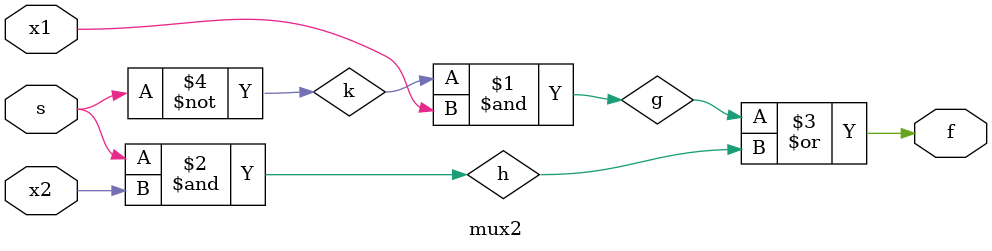
<source format=v>
module mux2( x1, x2, s, f );
  input x1, x2, s;
  output f;

  not(k,s);
  and(g,k,x1);
  and(h,s,x2);
  or(f,g,h);
endmodule

</source>
